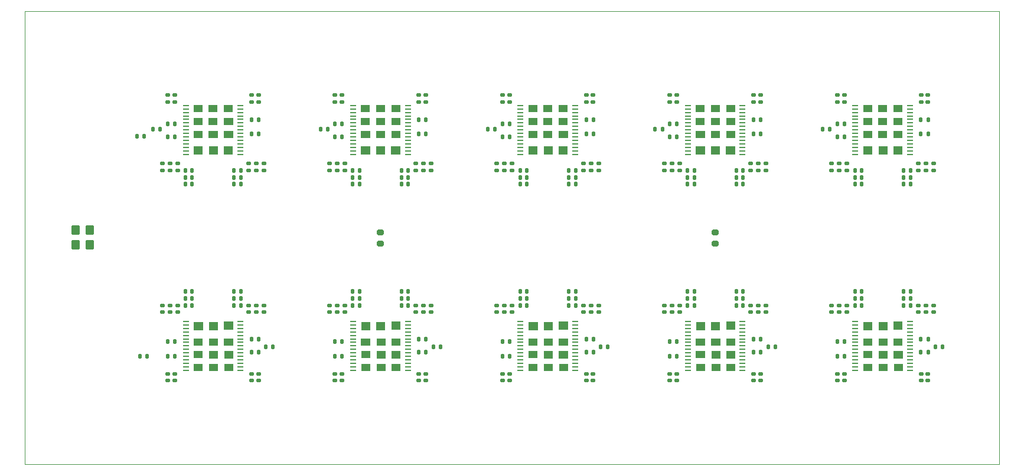
<source format=gbr>
%TF.GenerationSoftware,KiCad,Pcbnew,8.0.6*%
%TF.CreationDate,2024-12-06T19:08:14+01:00*%
%TF.ProjectId,AsicsBoard - 10xBM1370 - 01A,41736963-7342-46f6-9172-64202d203130,rev?*%
%TF.SameCoordinates,Original*%
%TF.FileFunction,Paste,Top*%
%TF.FilePolarity,Positive*%
%FSLAX46Y46*%
G04 Gerber Fmt 4.6, Leading zero omitted, Abs format (unit mm)*
G04 Created by KiCad (PCBNEW 8.0.6) date 2024-12-06 19:08:14*
%MOMM*%
%LPD*%
G01*
G04 APERTURE LIST*
G04 Aperture macros list*
%AMRoundRect*
0 Rectangle with rounded corners*
0 $1 Rounding radius*
0 $2 $3 $4 $5 $6 $7 $8 $9 X,Y pos of 4 corners*
0 Add a 4 corners polygon primitive as box body*
4,1,4,$2,$3,$4,$5,$6,$7,$8,$9,$2,$3,0*
0 Add four circle primitives for the rounded corners*
1,1,$1+$1,$2,$3*
1,1,$1+$1,$4,$5*
1,1,$1+$1,$6,$7*
1,1,$1+$1,$8,$9*
0 Add four rect primitives between the rounded corners*
20,1,$1+$1,$2,$3,$4,$5,0*
20,1,$1+$1,$4,$5,$6,$7,0*
20,1,$1+$1,$6,$7,$8,$9,0*
20,1,$1+$1,$8,$9,$2,$3,0*%
G04 Aperture macros list end*
%ADD10C,0.001000*%
%ADD11RoundRect,0.140000X-0.170000X0.140000X-0.170000X-0.140000X0.170000X-0.140000X0.170000X0.140000X0*%
%ADD12RoundRect,0.135000X-0.135000X-0.185000X0.135000X-0.185000X0.135000X0.185000X-0.135000X0.185000X0*%
%ADD13RoundRect,0.140000X0.140000X0.170000X-0.140000X0.170000X-0.140000X-0.170000X0.140000X-0.170000X0*%
%ADD14RoundRect,0.140000X0.170000X-0.140000X0.170000X0.140000X-0.170000X0.140000X-0.170000X-0.140000X0*%
%ADD15RoundRect,0.135000X0.135000X0.185000X-0.135000X0.185000X-0.135000X-0.185000X0.135000X-0.185000X0*%
%ADD16RoundRect,0.140000X-0.140000X-0.170000X0.140000X-0.170000X0.140000X0.170000X-0.140000X0.170000X0*%
%ADD17RoundRect,0.055250X0.340750X0.055250X-0.340750X0.055250X-0.340750X-0.055250X0.340750X-0.055250X0*%
%ADD18RoundRect,0.055250X-0.340750X-0.055250X0.340750X-0.055250X0.340750X0.055250X-0.340750X0.055250X0*%
%ADD19RoundRect,0.250000X0.350000X0.450000X-0.350000X0.450000X-0.350000X-0.450000X0.350000X-0.450000X0*%
%ADD20RoundRect,0.200000X0.275000X-0.200000X0.275000X0.200000X-0.275000X0.200000X-0.275000X-0.200000X0*%
%TA.AperFunction,Profile*%
%ADD21C,0.100000*%
%TD*%
G04 APERTURE END LIST*
%TO.C,U10*%
D10*
X185200000Y-68435000D02*
X186400000Y-68435000D01*
X186400000Y-69385000D01*
X185200000Y-69385000D01*
X185200000Y-68435000D01*
G36*
X185200000Y-68435000D02*
G01*
X186400000Y-68435000D01*
X186400000Y-69385000D01*
X185200000Y-69385000D01*
X185200000Y-68435000D01*
G37*
X185210000Y-70295000D02*
X186410000Y-70295000D01*
X186410000Y-71245000D01*
X185210000Y-71245000D01*
X185210000Y-70295000D01*
G36*
X185210000Y-70295000D02*
G01*
X186410000Y-70295000D01*
X186410000Y-71245000D01*
X185210000Y-71245000D01*
X185210000Y-70295000D01*
G37*
X185220000Y-72125000D02*
X186420000Y-72125000D01*
X186420000Y-73075000D01*
X185220000Y-73075000D01*
X185220000Y-72125000D01*
G36*
X185220000Y-72125000D02*
G01*
X186420000Y-72125000D01*
X186420000Y-73075000D01*
X185220000Y-73075000D01*
X185220000Y-72125000D01*
G37*
X185220000Y-74370000D02*
X186420000Y-74370000D01*
X186420000Y-75480000D01*
X185220000Y-75480000D01*
X185220000Y-74370000D01*
G36*
X185220000Y-74370000D02*
G01*
X186420000Y-74370000D01*
X186420000Y-75480000D01*
X185220000Y-75480000D01*
X185220000Y-74370000D01*
G37*
X187350000Y-68435000D02*
X188550000Y-68435000D01*
X188550000Y-69385000D01*
X187350000Y-69385000D01*
X187350000Y-68435000D01*
G36*
X187350000Y-68435000D02*
G01*
X188550000Y-68435000D01*
X188550000Y-69385000D01*
X187350000Y-69385000D01*
X187350000Y-68435000D01*
G37*
X187360000Y-70295000D02*
X188560000Y-70295000D01*
X188560000Y-71245000D01*
X187360000Y-71245000D01*
X187360000Y-70295000D01*
G36*
X187360000Y-70295000D02*
G01*
X188560000Y-70295000D01*
X188560000Y-71245000D01*
X187360000Y-71245000D01*
X187360000Y-70295000D01*
G37*
X187370000Y-72125000D02*
X188570000Y-72125000D01*
X188570000Y-73075000D01*
X187370000Y-73075000D01*
X187370000Y-72125000D01*
G36*
X187370000Y-72125000D02*
G01*
X188570000Y-72125000D01*
X188570000Y-73075000D01*
X187370000Y-73075000D01*
X187370000Y-72125000D01*
G37*
X187400000Y-74350000D02*
X188600000Y-74350000D01*
X188600000Y-75460000D01*
X187400000Y-75460000D01*
X187400000Y-74350000D01*
G36*
X187400000Y-74350000D02*
G01*
X188600000Y-74350000D01*
X188600000Y-75460000D01*
X187400000Y-75460000D01*
X187400000Y-74350000D01*
G37*
X189540000Y-74340000D02*
X190740000Y-74340000D01*
X190740000Y-75460000D01*
X189540000Y-75460000D01*
X189540000Y-74340000D01*
G36*
X189540000Y-74340000D02*
G01*
X190740000Y-74340000D01*
X190740000Y-75460000D01*
X189540000Y-75460000D01*
X189540000Y-74340000D01*
G37*
X189560000Y-68445000D02*
X190760000Y-68445000D01*
X190760000Y-69395000D01*
X189560000Y-69395000D01*
X189560000Y-68445000D01*
G36*
X189560000Y-68445000D02*
G01*
X190760000Y-68445000D01*
X190760000Y-69395000D01*
X189560000Y-69395000D01*
X189560000Y-68445000D01*
G37*
X189570000Y-70305000D02*
X190770000Y-70305000D01*
X190770000Y-71255000D01*
X189570000Y-71255000D01*
X189570000Y-70305000D01*
G36*
X189570000Y-70305000D02*
G01*
X190770000Y-70305000D01*
X190770000Y-71255000D01*
X189570000Y-71255000D01*
X189570000Y-70305000D01*
G37*
X189580000Y-72135000D02*
X190780000Y-72135000D01*
X190780000Y-73085000D01*
X189580000Y-73085000D01*
X189580000Y-72135000D01*
G36*
X189580000Y-72135000D02*
G01*
X190780000Y-72135000D01*
X190780000Y-73085000D01*
X189580000Y-73085000D01*
X189580000Y-72135000D01*
G37*
%TO.C,U12*%
X186420000Y-102865000D02*
X185220000Y-102865000D01*
X185220000Y-101915000D01*
X186420000Y-101915000D01*
X186420000Y-102865000D01*
G36*
X186420000Y-102865000D02*
G01*
X185220000Y-102865000D01*
X185220000Y-101915000D01*
X186420000Y-101915000D01*
X186420000Y-102865000D01*
G37*
X186430000Y-104695000D02*
X185230000Y-104695000D01*
X185230000Y-103745000D01*
X186430000Y-103745000D01*
X186430000Y-104695000D01*
G36*
X186430000Y-104695000D02*
G01*
X185230000Y-104695000D01*
X185230000Y-103745000D01*
X186430000Y-103745000D01*
X186430000Y-104695000D01*
G37*
X186440000Y-106555000D02*
X185240000Y-106555000D01*
X185240000Y-105605000D01*
X186440000Y-105605000D01*
X186440000Y-106555000D01*
G36*
X186440000Y-106555000D02*
G01*
X185240000Y-106555000D01*
X185240000Y-105605000D01*
X186440000Y-105605000D01*
X186440000Y-106555000D01*
G37*
X186460000Y-100660000D02*
X185260000Y-100660000D01*
X185260000Y-99540000D01*
X186460000Y-99540000D01*
X186460000Y-100660000D01*
G36*
X186460000Y-100660000D02*
G01*
X185260000Y-100660000D01*
X185260000Y-99540000D01*
X186460000Y-99540000D01*
X186460000Y-100660000D01*
G37*
X188600000Y-100650000D02*
X187400000Y-100650000D01*
X187400000Y-99540000D01*
X188600000Y-99540000D01*
X188600000Y-100650000D01*
G36*
X188600000Y-100650000D02*
G01*
X187400000Y-100650000D01*
X187400000Y-99540000D01*
X188600000Y-99540000D01*
X188600000Y-100650000D01*
G37*
X188630000Y-102875000D02*
X187430000Y-102875000D01*
X187430000Y-101925000D01*
X188630000Y-101925000D01*
X188630000Y-102875000D01*
G36*
X188630000Y-102875000D02*
G01*
X187430000Y-102875000D01*
X187430000Y-101925000D01*
X188630000Y-101925000D01*
X188630000Y-102875000D01*
G37*
X188640000Y-104705000D02*
X187440000Y-104705000D01*
X187440000Y-103755000D01*
X188640000Y-103755000D01*
X188640000Y-104705000D01*
G36*
X188640000Y-104705000D02*
G01*
X187440000Y-104705000D01*
X187440000Y-103755000D01*
X188640000Y-103755000D01*
X188640000Y-104705000D01*
G37*
X188650000Y-106565000D02*
X187450000Y-106565000D01*
X187450000Y-105615000D01*
X188650000Y-105615000D01*
X188650000Y-106565000D01*
G36*
X188650000Y-106565000D02*
G01*
X187450000Y-106565000D01*
X187450000Y-105615000D01*
X188650000Y-105615000D01*
X188650000Y-106565000D01*
G37*
X190780000Y-100630000D02*
X189580000Y-100630000D01*
X189580000Y-99520000D01*
X190780000Y-99520000D01*
X190780000Y-100630000D01*
G36*
X190780000Y-100630000D02*
G01*
X189580000Y-100630000D01*
X189580000Y-99520000D01*
X190780000Y-99520000D01*
X190780000Y-100630000D01*
G37*
X190780000Y-102875000D02*
X189580000Y-102875000D01*
X189580000Y-101925000D01*
X190780000Y-101925000D01*
X190780000Y-102875000D01*
G36*
X190780000Y-102875000D02*
G01*
X189580000Y-102875000D01*
X189580000Y-101925000D01*
X190780000Y-101925000D01*
X190780000Y-102875000D01*
G37*
X190790000Y-104705000D02*
X189590000Y-104705000D01*
X189590000Y-103755000D01*
X190790000Y-103755000D01*
X190790000Y-104705000D01*
G36*
X190790000Y-104705000D02*
G01*
X189590000Y-104705000D01*
X189590000Y-103755000D01*
X190790000Y-103755000D01*
X190790000Y-104705000D01*
G37*
X190800000Y-106565000D02*
X189600000Y-106565000D01*
X189600000Y-105615000D01*
X190800000Y-105615000D01*
X190800000Y-106565000D01*
G36*
X190800000Y-106565000D02*
G01*
X189600000Y-106565000D01*
X189600000Y-105615000D01*
X190800000Y-105615000D01*
X190800000Y-106565000D01*
G37*
%TO.C,U4*%
X114420000Y-102865000D02*
X113220000Y-102865000D01*
X113220000Y-101915000D01*
X114420000Y-101915000D01*
X114420000Y-102865000D01*
G36*
X114420000Y-102865000D02*
G01*
X113220000Y-102865000D01*
X113220000Y-101915000D01*
X114420000Y-101915000D01*
X114420000Y-102865000D01*
G37*
X114430000Y-104695000D02*
X113230000Y-104695000D01*
X113230000Y-103745000D01*
X114430000Y-103745000D01*
X114430000Y-104695000D01*
G36*
X114430000Y-104695000D02*
G01*
X113230000Y-104695000D01*
X113230000Y-103745000D01*
X114430000Y-103745000D01*
X114430000Y-104695000D01*
G37*
X114440000Y-106555000D02*
X113240000Y-106555000D01*
X113240000Y-105605000D01*
X114440000Y-105605000D01*
X114440000Y-106555000D01*
G36*
X114440000Y-106555000D02*
G01*
X113240000Y-106555000D01*
X113240000Y-105605000D01*
X114440000Y-105605000D01*
X114440000Y-106555000D01*
G37*
X114460000Y-100660000D02*
X113260000Y-100660000D01*
X113260000Y-99540000D01*
X114460000Y-99540000D01*
X114460000Y-100660000D01*
G36*
X114460000Y-100660000D02*
G01*
X113260000Y-100660000D01*
X113260000Y-99540000D01*
X114460000Y-99540000D01*
X114460000Y-100660000D01*
G37*
X116600000Y-100650000D02*
X115400000Y-100650000D01*
X115400000Y-99540000D01*
X116600000Y-99540000D01*
X116600000Y-100650000D01*
G36*
X116600000Y-100650000D02*
G01*
X115400000Y-100650000D01*
X115400000Y-99540000D01*
X116600000Y-99540000D01*
X116600000Y-100650000D01*
G37*
X116630000Y-102875000D02*
X115430000Y-102875000D01*
X115430000Y-101925000D01*
X116630000Y-101925000D01*
X116630000Y-102875000D01*
G36*
X116630000Y-102875000D02*
G01*
X115430000Y-102875000D01*
X115430000Y-101925000D01*
X116630000Y-101925000D01*
X116630000Y-102875000D01*
G37*
X116640000Y-104705000D02*
X115440000Y-104705000D01*
X115440000Y-103755000D01*
X116640000Y-103755000D01*
X116640000Y-104705000D01*
G36*
X116640000Y-104705000D02*
G01*
X115440000Y-104705000D01*
X115440000Y-103755000D01*
X116640000Y-103755000D01*
X116640000Y-104705000D01*
G37*
X116650000Y-106565000D02*
X115450000Y-106565000D01*
X115450000Y-105615000D01*
X116650000Y-105615000D01*
X116650000Y-106565000D01*
G36*
X116650000Y-106565000D02*
G01*
X115450000Y-106565000D01*
X115450000Y-105615000D01*
X116650000Y-105615000D01*
X116650000Y-106565000D01*
G37*
X118780000Y-100630000D02*
X117580000Y-100630000D01*
X117580000Y-99520000D01*
X118780000Y-99520000D01*
X118780000Y-100630000D01*
G36*
X118780000Y-100630000D02*
G01*
X117580000Y-100630000D01*
X117580000Y-99520000D01*
X118780000Y-99520000D01*
X118780000Y-100630000D01*
G37*
X118780000Y-102875000D02*
X117580000Y-102875000D01*
X117580000Y-101925000D01*
X118780000Y-101925000D01*
X118780000Y-102875000D01*
G36*
X118780000Y-102875000D02*
G01*
X117580000Y-102875000D01*
X117580000Y-101925000D01*
X118780000Y-101925000D01*
X118780000Y-102875000D01*
G37*
X118790000Y-104705000D02*
X117590000Y-104705000D01*
X117590000Y-103755000D01*
X118790000Y-103755000D01*
X118790000Y-104705000D01*
G36*
X118790000Y-104705000D02*
G01*
X117590000Y-104705000D01*
X117590000Y-103755000D01*
X118790000Y-103755000D01*
X118790000Y-104705000D01*
G37*
X118800000Y-106565000D02*
X117600000Y-106565000D01*
X117600000Y-105615000D01*
X118800000Y-105615000D01*
X118800000Y-106565000D01*
G36*
X118800000Y-106565000D02*
G01*
X117600000Y-106565000D01*
X117600000Y-105615000D01*
X118800000Y-105615000D01*
X118800000Y-106565000D01*
G37*
%TO.C,U8*%
X137200000Y-68435000D02*
X138400000Y-68435000D01*
X138400000Y-69385000D01*
X137200000Y-69385000D01*
X137200000Y-68435000D01*
G36*
X137200000Y-68435000D02*
G01*
X138400000Y-68435000D01*
X138400000Y-69385000D01*
X137200000Y-69385000D01*
X137200000Y-68435000D01*
G37*
X137210000Y-70295000D02*
X138410000Y-70295000D01*
X138410000Y-71245000D01*
X137210000Y-71245000D01*
X137210000Y-70295000D01*
G36*
X137210000Y-70295000D02*
G01*
X138410000Y-70295000D01*
X138410000Y-71245000D01*
X137210000Y-71245000D01*
X137210000Y-70295000D01*
G37*
X137220000Y-72125000D02*
X138420000Y-72125000D01*
X138420000Y-73075000D01*
X137220000Y-73075000D01*
X137220000Y-72125000D01*
G36*
X137220000Y-72125000D02*
G01*
X138420000Y-72125000D01*
X138420000Y-73075000D01*
X137220000Y-73075000D01*
X137220000Y-72125000D01*
G37*
X137220000Y-74370000D02*
X138420000Y-74370000D01*
X138420000Y-75480000D01*
X137220000Y-75480000D01*
X137220000Y-74370000D01*
G36*
X137220000Y-74370000D02*
G01*
X138420000Y-74370000D01*
X138420000Y-75480000D01*
X137220000Y-75480000D01*
X137220000Y-74370000D01*
G37*
X139350000Y-68435000D02*
X140550000Y-68435000D01*
X140550000Y-69385000D01*
X139350000Y-69385000D01*
X139350000Y-68435000D01*
G36*
X139350000Y-68435000D02*
G01*
X140550000Y-68435000D01*
X140550000Y-69385000D01*
X139350000Y-69385000D01*
X139350000Y-68435000D01*
G37*
X139360000Y-70295000D02*
X140560000Y-70295000D01*
X140560000Y-71245000D01*
X139360000Y-71245000D01*
X139360000Y-70295000D01*
G36*
X139360000Y-70295000D02*
G01*
X140560000Y-70295000D01*
X140560000Y-71245000D01*
X139360000Y-71245000D01*
X139360000Y-70295000D01*
G37*
X139370000Y-72125000D02*
X140570000Y-72125000D01*
X140570000Y-73075000D01*
X139370000Y-73075000D01*
X139370000Y-72125000D01*
G36*
X139370000Y-72125000D02*
G01*
X140570000Y-72125000D01*
X140570000Y-73075000D01*
X139370000Y-73075000D01*
X139370000Y-72125000D01*
G37*
X139400000Y-74350000D02*
X140600000Y-74350000D01*
X140600000Y-75460000D01*
X139400000Y-75460000D01*
X139400000Y-74350000D01*
G36*
X139400000Y-74350000D02*
G01*
X140600000Y-74350000D01*
X140600000Y-75460000D01*
X139400000Y-75460000D01*
X139400000Y-74350000D01*
G37*
X141540000Y-74340000D02*
X142740000Y-74340000D01*
X142740000Y-75460000D01*
X141540000Y-75460000D01*
X141540000Y-74340000D01*
G36*
X141540000Y-74340000D02*
G01*
X142740000Y-74340000D01*
X142740000Y-75460000D01*
X141540000Y-75460000D01*
X141540000Y-74340000D01*
G37*
X141560000Y-68445000D02*
X142760000Y-68445000D01*
X142760000Y-69395000D01*
X141560000Y-69395000D01*
X141560000Y-68445000D01*
G36*
X141560000Y-68445000D02*
G01*
X142760000Y-68445000D01*
X142760000Y-69395000D01*
X141560000Y-69395000D01*
X141560000Y-68445000D01*
G37*
X141570000Y-70305000D02*
X142770000Y-70305000D01*
X142770000Y-71255000D01*
X141570000Y-71255000D01*
X141570000Y-70305000D01*
G36*
X141570000Y-70305000D02*
G01*
X142770000Y-70305000D01*
X142770000Y-71255000D01*
X141570000Y-71255000D01*
X141570000Y-70305000D01*
G37*
X141580000Y-72135000D02*
X142780000Y-72135000D01*
X142780000Y-73085000D01*
X141580000Y-73085000D01*
X141580000Y-72135000D01*
G36*
X141580000Y-72135000D02*
G01*
X142780000Y-72135000D01*
X142780000Y-73085000D01*
X141580000Y-73085000D01*
X141580000Y-72135000D01*
G37*
%TO.C,U13*%
X89200000Y-68435000D02*
X90400000Y-68435000D01*
X90400000Y-69385000D01*
X89200000Y-69385000D01*
X89200000Y-68435000D01*
G36*
X89200000Y-68435000D02*
G01*
X90400000Y-68435000D01*
X90400000Y-69385000D01*
X89200000Y-69385000D01*
X89200000Y-68435000D01*
G37*
X89210000Y-70295000D02*
X90410000Y-70295000D01*
X90410000Y-71245000D01*
X89210000Y-71245000D01*
X89210000Y-70295000D01*
G36*
X89210000Y-70295000D02*
G01*
X90410000Y-70295000D01*
X90410000Y-71245000D01*
X89210000Y-71245000D01*
X89210000Y-70295000D01*
G37*
X89220000Y-72125000D02*
X90420000Y-72125000D01*
X90420000Y-73075000D01*
X89220000Y-73075000D01*
X89220000Y-72125000D01*
G36*
X89220000Y-72125000D02*
G01*
X90420000Y-72125000D01*
X90420000Y-73075000D01*
X89220000Y-73075000D01*
X89220000Y-72125000D01*
G37*
X89220000Y-74370000D02*
X90420000Y-74370000D01*
X90420000Y-75480000D01*
X89220000Y-75480000D01*
X89220000Y-74370000D01*
G36*
X89220000Y-74370000D02*
G01*
X90420000Y-74370000D01*
X90420000Y-75480000D01*
X89220000Y-75480000D01*
X89220000Y-74370000D01*
G37*
X91350000Y-68435000D02*
X92550000Y-68435000D01*
X92550000Y-69385000D01*
X91350000Y-69385000D01*
X91350000Y-68435000D01*
G36*
X91350000Y-68435000D02*
G01*
X92550000Y-68435000D01*
X92550000Y-69385000D01*
X91350000Y-69385000D01*
X91350000Y-68435000D01*
G37*
X91360000Y-70295000D02*
X92560000Y-70295000D01*
X92560000Y-71245000D01*
X91360000Y-71245000D01*
X91360000Y-70295000D01*
G36*
X91360000Y-70295000D02*
G01*
X92560000Y-70295000D01*
X92560000Y-71245000D01*
X91360000Y-71245000D01*
X91360000Y-70295000D01*
G37*
X91370000Y-72125000D02*
X92570000Y-72125000D01*
X92570000Y-73075000D01*
X91370000Y-73075000D01*
X91370000Y-72125000D01*
G36*
X91370000Y-72125000D02*
G01*
X92570000Y-72125000D01*
X92570000Y-73075000D01*
X91370000Y-73075000D01*
X91370000Y-72125000D01*
G37*
X91400000Y-74350000D02*
X92600000Y-74350000D01*
X92600000Y-75460000D01*
X91400000Y-75460000D01*
X91400000Y-74350000D01*
G36*
X91400000Y-74350000D02*
G01*
X92600000Y-74350000D01*
X92600000Y-75460000D01*
X91400000Y-75460000D01*
X91400000Y-74350000D01*
G37*
X93540000Y-74340000D02*
X94740000Y-74340000D01*
X94740000Y-75460000D01*
X93540000Y-75460000D01*
X93540000Y-74340000D01*
G36*
X93540000Y-74340000D02*
G01*
X94740000Y-74340000D01*
X94740000Y-75460000D01*
X93540000Y-75460000D01*
X93540000Y-74340000D01*
G37*
X93560000Y-68445000D02*
X94760000Y-68445000D01*
X94760000Y-69395000D01*
X93560000Y-69395000D01*
X93560000Y-68445000D01*
G36*
X93560000Y-68445000D02*
G01*
X94760000Y-68445000D01*
X94760000Y-69395000D01*
X93560000Y-69395000D01*
X93560000Y-68445000D01*
G37*
X93570000Y-70305000D02*
X94770000Y-70305000D01*
X94770000Y-71255000D01*
X93570000Y-71255000D01*
X93570000Y-70305000D01*
G36*
X93570000Y-70305000D02*
G01*
X94770000Y-70305000D01*
X94770000Y-71255000D01*
X93570000Y-71255000D01*
X93570000Y-70305000D01*
G37*
X93580000Y-72135000D02*
X94780000Y-72135000D01*
X94780000Y-73085000D01*
X93580000Y-73085000D01*
X93580000Y-72135000D01*
G36*
X93580000Y-72135000D02*
G01*
X94780000Y-72135000D01*
X94780000Y-73085000D01*
X93580000Y-73085000D01*
X93580000Y-72135000D01*
G37*
%TO.C,U9*%
X162420000Y-102865000D02*
X161220000Y-102865000D01*
X161220000Y-101915000D01*
X162420000Y-101915000D01*
X162420000Y-102865000D01*
G36*
X162420000Y-102865000D02*
G01*
X161220000Y-102865000D01*
X161220000Y-101915000D01*
X162420000Y-101915000D01*
X162420000Y-102865000D01*
G37*
X162430000Y-104695000D02*
X161230000Y-104695000D01*
X161230000Y-103745000D01*
X162430000Y-103745000D01*
X162430000Y-104695000D01*
G36*
X162430000Y-104695000D02*
G01*
X161230000Y-104695000D01*
X161230000Y-103745000D01*
X162430000Y-103745000D01*
X162430000Y-104695000D01*
G37*
X162440000Y-106555000D02*
X161240000Y-106555000D01*
X161240000Y-105605000D01*
X162440000Y-105605000D01*
X162440000Y-106555000D01*
G36*
X162440000Y-106555000D02*
G01*
X161240000Y-106555000D01*
X161240000Y-105605000D01*
X162440000Y-105605000D01*
X162440000Y-106555000D01*
G37*
X162460000Y-100660000D02*
X161260000Y-100660000D01*
X161260000Y-99540000D01*
X162460000Y-99540000D01*
X162460000Y-100660000D01*
G36*
X162460000Y-100660000D02*
G01*
X161260000Y-100660000D01*
X161260000Y-99540000D01*
X162460000Y-99540000D01*
X162460000Y-100660000D01*
G37*
X164600000Y-100650000D02*
X163400000Y-100650000D01*
X163400000Y-99540000D01*
X164600000Y-99540000D01*
X164600000Y-100650000D01*
G36*
X164600000Y-100650000D02*
G01*
X163400000Y-100650000D01*
X163400000Y-99540000D01*
X164600000Y-99540000D01*
X164600000Y-100650000D01*
G37*
X164630000Y-102875000D02*
X163430000Y-102875000D01*
X163430000Y-101925000D01*
X164630000Y-101925000D01*
X164630000Y-102875000D01*
G36*
X164630000Y-102875000D02*
G01*
X163430000Y-102875000D01*
X163430000Y-101925000D01*
X164630000Y-101925000D01*
X164630000Y-102875000D01*
G37*
X164640000Y-104705000D02*
X163440000Y-104705000D01*
X163440000Y-103755000D01*
X164640000Y-103755000D01*
X164640000Y-104705000D01*
G36*
X164640000Y-104705000D02*
G01*
X163440000Y-104705000D01*
X163440000Y-103755000D01*
X164640000Y-103755000D01*
X164640000Y-104705000D01*
G37*
X164650000Y-106565000D02*
X163450000Y-106565000D01*
X163450000Y-105615000D01*
X164650000Y-105615000D01*
X164650000Y-106565000D01*
G36*
X164650000Y-106565000D02*
G01*
X163450000Y-106565000D01*
X163450000Y-105615000D01*
X164650000Y-105615000D01*
X164650000Y-106565000D01*
G37*
X166780000Y-100630000D02*
X165580000Y-100630000D01*
X165580000Y-99520000D01*
X166780000Y-99520000D01*
X166780000Y-100630000D01*
G36*
X166780000Y-100630000D02*
G01*
X165580000Y-100630000D01*
X165580000Y-99520000D01*
X166780000Y-99520000D01*
X166780000Y-100630000D01*
G37*
X166780000Y-102875000D02*
X165580000Y-102875000D01*
X165580000Y-101925000D01*
X166780000Y-101925000D01*
X166780000Y-102875000D01*
G36*
X166780000Y-102875000D02*
G01*
X165580000Y-102875000D01*
X165580000Y-101925000D01*
X166780000Y-101925000D01*
X166780000Y-102875000D01*
G37*
X166790000Y-104705000D02*
X165590000Y-104705000D01*
X165590000Y-103755000D01*
X166790000Y-103755000D01*
X166790000Y-104705000D01*
G36*
X166790000Y-104705000D02*
G01*
X165590000Y-104705000D01*
X165590000Y-103755000D01*
X166790000Y-103755000D01*
X166790000Y-104705000D01*
G37*
X166800000Y-106565000D02*
X165600000Y-106565000D01*
X165600000Y-105615000D01*
X166800000Y-105615000D01*
X166800000Y-106565000D01*
G36*
X166800000Y-106565000D02*
G01*
X165600000Y-106565000D01*
X165600000Y-105615000D01*
X166800000Y-105615000D01*
X166800000Y-106565000D01*
G37*
%TO.C,U5*%
X90420000Y-102865000D02*
X89220000Y-102865000D01*
X89220000Y-101915000D01*
X90420000Y-101915000D01*
X90420000Y-102865000D01*
G36*
X90420000Y-102865000D02*
G01*
X89220000Y-102865000D01*
X89220000Y-101915000D01*
X90420000Y-101915000D01*
X90420000Y-102865000D01*
G37*
X90430000Y-104695000D02*
X89230000Y-104695000D01*
X89230000Y-103745000D01*
X90430000Y-103745000D01*
X90430000Y-104695000D01*
G36*
X90430000Y-104695000D02*
G01*
X89230000Y-104695000D01*
X89230000Y-103745000D01*
X90430000Y-103745000D01*
X90430000Y-104695000D01*
G37*
X90440000Y-106555000D02*
X89240000Y-106555000D01*
X89240000Y-105605000D01*
X90440000Y-105605000D01*
X90440000Y-106555000D01*
G36*
X90440000Y-106555000D02*
G01*
X89240000Y-106555000D01*
X89240000Y-105605000D01*
X90440000Y-105605000D01*
X90440000Y-106555000D01*
G37*
X90460000Y-100660000D02*
X89260000Y-100660000D01*
X89260000Y-99540000D01*
X90460000Y-99540000D01*
X90460000Y-100660000D01*
G36*
X90460000Y-100660000D02*
G01*
X89260000Y-100660000D01*
X89260000Y-99540000D01*
X90460000Y-99540000D01*
X90460000Y-100660000D01*
G37*
X92600000Y-100650000D02*
X91400000Y-100650000D01*
X91400000Y-99540000D01*
X92600000Y-99540000D01*
X92600000Y-100650000D01*
G36*
X92600000Y-100650000D02*
G01*
X91400000Y-100650000D01*
X91400000Y-99540000D01*
X92600000Y-99540000D01*
X92600000Y-100650000D01*
G37*
X92630000Y-102875000D02*
X91430000Y-102875000D01*
X91430000Y-101925000D01*
X92630000Y-101925000D01*
X92630000Y-102875000D01*
G36*
X92630000Y-102875000D02*
G01*
X91430000Y-102875000D01*
X91430000Y-101925000D01*
X92630000Y-101925000D01*
X92630000Y-102875000D01*
G37*
X92640000Y-104705000D02*
X91440000Y-104705000D01*
X91440000Y-103755000D01*
X92640000Y-103755000D01*
X92640000Y-104705000D01*
G36*
X92640000Y-104705000D02*
G01*
X91440000Y-104705000D01*
X91440000Y-103755000D01*
X92640000Y-103755000D01*
X92640000Y-104705000D01*
G37*
X92650000Y-106565000D02*
X91450000Y-106565000D01*
X91450000Y-105615000D01*
X92650000Y-105615000D01*
X92650000Y-106565000D01*
G36*
X92650000Y-106565000D02*
G01*
X91450000Y-106565000D01*
X91450000Y-105615000D01*
X92650000Y-105615000D01*
X92650000Y-106565000D01*
G37*
X94780000Y-100630000D02*
X93580000Y-100630000D01*
X93580000Y-99520000D01*
X94780000Y-99520000D01*
X94780000Y-100630000D01*
G36*
X94780000Y-100630000D02*
G01*
X93580000Y-100630000D01*
X93580000Y-99520000D01*
X94780000Y-99520000D01*
X94780000Y-100630000D01*
G37*
X94780000Y-102875000D02*
X93580000Y-102875000D01*
X93580000Y-101925000D01*
X94780000Y-101925000D01*
X94780000Y-102875000D01*
G36*
X94780000Y-102875000D02*
G01*
X93580000Y-102875000D01*
X93580000Y-101925000D01*
X94780000Y-101925000D01*
X94780000Y-102875000D01*
G37*
X94790000Y-104705000D02*
X93590000Y-104705000D01*
X93590000Y-103755000D01*
X94790000Y-103755000D01*
X94790000Y-104705000D01*
G36*
X94790000Y-104705000D02*
G01*
X93590000Y-104705000D01*
X93590000Y-103755000D01*
X94790000Y-103755000D01*
X94790000Y-104705000D01*
G37*
X94800000Y-106565000D02*
X93600000Y-106565000D01*
X93600000Y-105615000D01*
X94800000Y-105615000D01*
X94800000Y-106565000D01*
G36*
X94800000Y-106565000D02*
G01*
X93600000Y-106565000D01*
X93600000Y-105615000D01*
X94800000Y-105615000D01*
X94800000Y-106565000D01*
G37*
%TO.C,U11*%
X113200000Y-68435000D02*
X114400000Y-68435000D01*
X114400000Y-69385000D01*
X113200000Y-69385000D01*
X113200000Y-68435000D01*
G36*
X113200000Y-68435000D02*
G01*
X114400000Y-68435000D01*
X114400000Y-69385000D01*
X113200000Y-69385000D01*
X113200000Y-68435000D01*
G37*
X113210000Y-70295000D02*
X114410000Y-70295000D01*
X114410000Y-71245000D01*
X113210000Y-71245000D01*
X113210000Y-70295000D01*
G36*
X113210000Y-70295000D02*
G01*
X114410000Y-70295000D01*
X114410000Y-71245000D01*
X113210000Y-71245000D01*
X113210000Y-70295000D01*
G37*
X113220000Y-72125000D02*
X114420000Y-72125000D01*
X114420000Y-73075000D01*
X113220000Y-73075000D01*
X113220000Y-72125000D01*
G36*
X113220000Y-72125000D02*
G01*
X114420000Y-72125000D01*
X114420000Y-73075000D01*
X113220000Y-73075000D01*
X113220000Y-72125000D01*
G37*
X113220000Y-74370000D02*
X114420000Y-74370000D01*
X114420000Y-75480000D01*
X113220000Y-75480000D01*
X113220000Y-74370000D01*
G36*
X113220000Y-74370000D02*
G01*
X114420000Y-74370000D01*
X114420000Y-75480000D01*
X113220000Y-75480000D01*
X113220000Y-74370000D01*
G37*
X115350000Y-68435000D02*
X116550000Y-68435000D01*
X116550000Y-69385000D01*
X115350000Y-69385000D01*
X115350000Y-68435000D01*
G36*
X115350000Y-68435000D02*
G01*
X116550000Y-68435000D01*
X116550000Y-69385000D01*
X115350000Y-69385000D01*
X115350000Y-68435000D01*
G37*
X115360000Y-70295000D02*
X116560000Y-70295000D01*
X116560000Y-71245000D01*
X115360000Y-71245000D01*
X115360000Y-70295000D01*
G36*
X115360000Y-70295000D02*
G01*
X116560000Y-70295000D01*
X116560000Y-71245000D01*
X115360000Y-71245000D01*
X115360000Y-70295000D01*
G37*
X115370000Y-72125000D02*
X116570000Y-72125000D01*
X116570000Y-73075000D01*
X115370000Y-73075000D01*
X115370000Y-72125000D01*
G36*
X115370000Y-72125000D02*
G01*
X116570000Y-72125000D01*
X116570000Y-73075000D01*
X115370000Y-73075000D01*
X115370000Y-72125000D01*
G37*
X115400000Y-74350000D02*
X116600000Y-74350000D01*
X116600000Y-75460000D01*
X115400000Y-75460000D01*
X115400000Y-74350000D01*
G36*
X115400000Y-74350000D02*
G01*
X116600000Y-74350000D01*
X116600000Y-75460000D01*
X115400000Y-75460000D01*
X115400000Y-74350000D01*
G37*
X117540000Y-74340000D02*
X118740000Y-74340000D01*
X118740000Y-75460000D01*
X117540000Y-75460000D01*
X117540000Y-74340000D01*
G36*
X117540000Y-74340000D02*
G01*
X118740000Y-74340000D01*
X118740000Y-75460000D01*
X117540000Y-75460000D01*
X117540000Y-74340000D01*
G37*
X117560000Y-68445000D02*
X118760000Y-68445000D01*
X118760000Y-69395000D01*
X117560000Y-69395000D01*
X117560000Y-68445000D01*
G36*
X117560000Y-68445000D02*
G01*
X118760000Y-68445000D01*
X118760000Y-69395000D01*
X117560000Y-69395000D01*
X117560000Y-68445000D01*
G37*
X117570000Y-70305000D02*
X118770000Y-70305000D01*
X118770000Y-71255000D01*
X117570000Y-71255000D01*
X117570000Y-70305000D01*
G36*
X117570000Y-70305000D02*
G01*
X118770000Y-70305000D01*
X118770000Y-71255000D01*
X117570000Y-71255000D01*
X117570000Y-70305000D01*
G37*
X117580000Y-72135000D02*
X118780000Y-72135000D01*
X118780000Y-73085000D01*
X117580000Y-73085000D01*
X117580000Y-72135000D01*
G36*
X117580000Y-72135000D02*
G01*
X118780000Y-72135000D01*
X118780000Y-73085000D01*
X117580000Y-73085000D01*
X117580000Y-72135000D01*
G37*
%TO.C,U6*%
X161200000Y-68435000D02*
X162400000Y-68435000D01*
X162400000Y-69385000D01*
X161200000Y-69385000D01*
X161200000Y-68435000D01*
G36*
X161200000Y-68435000D02*
G01*
X162400000Y-68435000D01*
X162400000Y-69385000D01*
X161200000Y-69385000D01*
X161200000Y-68435000D01*
G37*
X161210000Y-70295000D02*
X162410000Y-70295000D01*
X162410000Y-71245000D01*
X161210000Y-71245000D01*
X161210000Y-70295000D01*
G36*
X161210000Y-70295000D02*
G01*
X162410000Y-70295000D01*
X162410000Y-71245000D01*
X161210000Y-71245000D01*
X161210000Y-70295000D01*
G37*
X161220000Y-72125000D02*
X162420000Y-72125000D01*
X162420000Y-73075000D01*
X161220000Y-73075000D01*
X161220000Y-72125000D01*
G36*
X161220000Y-72125000D02*
G01*
X162420000Y-72125000D01*
X162420000Y-73075000D01*
X161220000Y-73075000D01*
X161220000Y-72125000D01*
G37*
X161220000Y-74370000D02*
X162420000Y-74370000D01*
X162420000Y-75480000D01*
X161220000Y-75480000D01*
X161220000Y-74370000D01*
G36*
X161220000Y-74370000D02*
G01*
X162420000Y-74370000D01*
X162420000Y-75480000D01*
X161220000Y-75480000D01*
X161220000Y-74370000D01*
G37*
X163350000Y-68435000D02*
X164550000Y-68435000D01*
X164550000Y-69385000D01*
X163350000Y-69385000D01*
X163350000Y-68435000D01*
G36*
X163350000Y-68435000D02*
G01*
X164550000Y-68435000D01*
X164550000Y-69385000D01*
X163350000Y-69385000D01*
X163350000Y-68435000D01*
G37*
X163360000Y-70295000D02*
X164560000Y-70295000D01*
X164560000Y-71245000D01*
X163360000Y-71245000D01*
X163360000Y-70295000D01*
G36*
X163360000Y-70295000D02*
G01*
X164560000Y-70295000D01*
X164560000Y-71245000D01*
X163360000Y-71245000D01*
X163360000Y-70295000D01*
G37*
X163370000Y-72125000D02*
X164570000Y-72125000D01*
X164570000Y-73075000D01*
X163370000Y-73075000D01*
X163370000Y-72125000D01*
G36*
X163370000Y-72125000D02*
G01*
X164570000Y-72125000D01*
X164570000Y-73075000D01*
X163370000Y-73075000D01*
X163370000Y-72125000D01*
G37*
X163400000Y-74350000D02*
X164600000Y-74350000D01*
X164600000Y-75460000D01*
X163400000Y-75460000D01*
X163400000Y-74350000D01*
G36*
X163400000Y-74350000D02*
G01*
X164600000Y-74350000D01*
X164600000Y-75460000D01*
X163400000Y-75460000D01*
X163400000Y-74350000D01*
G37*
X165540000Y-74340000D02*
X166740000Y-74340000D01*
X166740000Y-75460000D01*
X165540000Y-75460000D01*
X165540000Y-74340000D01*
G36*
X165540000Y-74340000D02*
G01*
X166740000Y-74340000D01*
X166740000Y-75460000D01*
X165540000Y-75460000D01*
X165540000Y-74340000D01*
G37*
X165560000Y-68445000D02*
X166760000Y-68445000D01*
X166760000Y-69395000D01*
X165560000Y-69395000D01*
X165560000Y-68445000D01*
G36*
X165560000Y-68445000D02*
G01*
X166760000Y-68445000D01*
X166760000Y-69395000D01*
X165560000Y-69395000D01*
X165560000Y-68445000D01*
G37*
X165570000Y-70305000D02*
X166770000Y-70305000D01*
X166770000Y-71255000D01*
X165570000Y-71255000D01*
X165570000Y-70305000D01*
G36*
X165570000Y-70305000D02*
G01*
X166770000Y-70305000D01*
X166770000Y-71255000D01*
X165570000Y-71255000D01*
X165570000Y-70305000D01*
G37*
X165580000Y-72135000D02*
X166780000Y-72135000D01*
X166780000Y-73085000D01*
X165580000Y-73085000D01*
X165580000Y-72135000D01*
G36*
X165580000Y-72135000D02*
G01*
X166780000Y-72135000D01*
X166780000Y-73085000D01*
X165580000Y-73085000D01*
X165580000Y-72135000D01*
G37*
%TO.C,U7*%
X138420000Y-102865000D02*
X137220000Y-102865000D01*
X137220000Y-101915000D01*
X138420000Y-101915000D01*
X138420000Y-102865000D01*
G36*
X138420000Y-102865000D02*
G01*
X137220000Y-102865000D01*
X137220000Y-101915000D01*
X138420000Y-101915000D01*
X138420000Y-102865000D01*
G37*
X138430000Y-104695000D02*
X137230000Y-104695000D01*
X137230000Y-103745000D01*
X138430000Y-103745000D01*
X138430000Y-104695000D01*
G36*
X138430000Y-104695000D02*
G01*
X137230000Y-104695000D01*
X137230000Y-103745000D01*
X138430000Y-103745000D01*
X138430000Y-104695000D01*
G37*
X138440000Y-106555000D02*
X137240000Y-106555000D01*
X137240000Y-105605000D01*
X138440000Y-105605000D01*
X138440000Y-106555000D01*
G36*
X138440000Y-106555000D02*
G01*
X137240000Y-106555000D01*
X137240000Y-105605000D01*
X138440000Y-105605000D01*
X138440000Y-106555000D01*
G37*
X138460000Y-100660000D02*
X137260000Y-100660000D01*
X137260000Y-99540000D01*
X138460000Y-99540000D01*
X138460000Y-100660000D01*
G36*
X138460000Y-100660000D02*
G01*
X137260000Y-100660000D01*
X137260000Y-99540000D01*
X138460000Y-99540000D01*
X138460000Y-100660000D01*
G37*
X140600000Y-100650000D02*
X139400000Y-100650000D01*
X139400000Y-99540000D01*
X140600000Y-99540000D01*
X140600000Y-100650000D01*
G36*
X140600000Y-100650000D02*
G01*
X139400000Y-100650000D01*
X139400000Y-99540000D01*
X140600000Y-99540000D01*
X140600000Y-100650000D01*
G37*
X140630000Y-102875000D02*
X139430000Y-102875000D01*
X139430000Y-101925000D01*
X140630000Y-101925000D01*
X140630000Y-102875000D01*
G36*
X140630000Y-102875000D02*
G01*
X139430000Y-102875000D01*
X139430000Y-101925000D01*
X140630000Y-101925000D01*
X140630000Y-102875000D01*
G37*
X140640000Y-104705000D02*
X139440000Y-104705000D01*
X139440000Y-103755000D01*
X140640000Y-103755000D01*
X140640000Y-104705000D01*
G36*
X140640000Y-104705000D02*
G01*
X139440000Y-104705000D01*
X139440000Y-103755000D01*
X140640000Y-103755000D01*
X140640000Y-104705000D01*
G37*
X140650000Y-106565000D02*
X139450000Y-106565000D01*
X139450000Y-105615000D01*
X140650000Y-105615000D01*
X140650000Y-106565000D01*
G36*
X140650000Y-106565000D02*
G01*
X139450000Y-106565000D01*
X139450000Y-105615000D01*
X140650000Y-105615000D01*
X140650000Y-106565000D01*
G37*
X142780000Y-100630000D02*
X141580000Y-100630000D01*
X141580000Y-99520000D01*
X142780000Y-99520000D01*
X142780000Y-100630000D01*
G36*
X142780000Y-100630000D02*
G01*
X141580000Y-100630000D01*
X141580000Y-99520000D01*
X142780000Y-99520000D01*
X142780000Y-100630000D01*
G37*
X142780000Y-102875000D02*
X141580000Y-102875000D01*
X141580000Y-101925000D01*
X142780000Y-101925000D01*
X142780000Y-102875000D01*
G36*
X142780000Y-102875000D02*
G01*
X141580000Y-102875000D01*
X141580000Y-101925000D01*
X142780000Y-101925000D01*
X142780000Y-102875000D01*
G37*
X142790000Y-104705000D02*
X141590000Y-104705000D01*
X141590000Y-103755000D01*
X142790000Y-103755000D01*
X142790000Y-104705000D01*
G36*
X142790000Y-104705000D02*
G01*
X141590000Y-104705000D01*
X141590000Y-103755000D01*
X142790000Y-103755000D01*
X142790000Y-104705000D01*
G37*
X142800000Y-106565000D02*
X141600000Y-106565000D01*
X141600000Y-105615000D01*
X142800000Y-105615000D01*
X142800000Y-106565000D01*
G36*
X142800000Y-106565000D02*
G01*
X141600000Y-106565000D01*
X141600000Y-105615000D01*
X142800000Y-105615000D01*
X142800000Y-106565000D01*
G37*
%TD*%
D11*
%TO.C,C158*%
X194500000Y-107020000D03*
X194500000Y-107980000D03*
%TD*%
%TO.C,C98*%
X158900000Y-97220000D03*
X158900000Y-98180000D03*
%TD*%
D12*
%TO.C,R29*%
X81508000Y-104506000D03*
X82528000Y-104506000D03*
%TD*%
D13*
%TO.C,C142*%
X184980000Y-96200000D03*
X184020000Y-96200000D03*
%TD*%
D12*
%TO.C,R45*%
X193490000Y-102000000D03*
X194510000Y-102000000D03*
%TD*%
D14*
%TO.C,C56*%
X157500001Y-67980000D03*
X157500001Y-67020000D03*
%TD*%
D13*
%TO.C,C109*%
X184980000Y-78800000D03*
X184020000Y-78800000D03*
%TD*%
D14*
%TO.C,C69*%
X147300000Y-98180000D03*
X147300000Y-97220000D03*
%TD*%
D11*
%TO.C,C22*%
X122500000Y-107020000D03*
X122500000Y-107980000D03*
%TD*%
D15*
%TO.C,R40*%
X110510000Y-72999999D03*
X109490000Y-72999999D03*
%TD*%
D16*
%TO.C,C125*%
X119019999Y-78800000D03*
X119979999Y-78800000D03*
%TD*%
D14*
%TO.C,C141*%
X109500001Y-67980000D03*
X109500001Y-67020000D03*
%TD*%
%TO.C,C139*%
X121500000Y-67980001D03*
X121500000Y-67020001D03*
%TD*%
D11*
%TO.C,C64*%
X134900000Y-97220000D03*
X134900000Y-98180000D03*
%TD*%
%TO.C,C118*%
X182900000Y-76819999D03*
X182900000Y-77779999D03*
%TD*%
D13*
%TO.C,C93*%
X160980000Y-95200000D03*
X160020000Y-95200000D03*
%TD*%
D17*
%TO.C,U10*%
X191916000Y-75514000D03*
X191916000Y-75012000D03*
X191916000Y-74510000D03*
X191916000Y-74008000D03*
X191916000Y-73506000D03*
X191916000Y-73004000D03*
X191916000Y-72502000D03*
X191916000Y-72000000D03*
X191916000Y-71498000D03*
X191916000Y-70996000D03*
X191916000Y-70494000D03*
X191916000Y-69992000D03*
X191916000Y-69490000D03*
X191916000Y-68988000D03*
X191916000Y-68486000D03*
X184084000Y-68486000D03*
X184084000Y-68988000D03*
X184084000Y-69490000D03*
X184084000Y-69992000D03*
X184084000Y-70494000D03*
X184084000Y-70996000D03*
X184084000Y-71498000D03*
X184084000Y-72000000D03*
X184084000Y-72502000D03*
X184084000Y-73004000D03*
X184084000Y-73506000D03*
X184084000Y-74008000D03*
X184084000Y-74510000D03*
X184084000Y-75012000D03*
X184084000Y-75514000D03*
%TD*%
D14*
%TO.C,C152*%
X193100000Y-98180000D03*
X193100000Y-97220000D03*
%TD*%
D16*
%TO.C,C58*%
X143020000Y-96200000D03*
X143980000Y-96200000D03*
%TD*%
D11*
%TO.C,C20*%
X110500000Y-107020000D03*
X110500000Y-107980000D03*
%TD*%
D14*
%TO.C,C88*%
X145500000Y-67980001D03*
X145500000Y-67020001D03*
%TD*%
%TO.C,C124*%
X181500001Y-67980000D03*
X181500001Y-67020000D03*
%TD*%
D16*
%TO.C,C159*%
X95019999Y-78800000D03*
X95979999Y-78800000D03*
%TD*%
D12*
%TO.C,R44*%
X121490000Y-70500001D03*
X122510000Y-70500001D03*
%TD*%
D14*
%TO.C,C138*%
X122500000Y-67980001D03*
X122500000Y-67020001D03*
%TD*%
D11*
%TO.C,C148*%
X181800000Y-97220000D03*
X181800000Y-98180000D03*
%TD*%
D14*
%TO.C,C166*%
X97099999Y-77780000D03*
X97099999Y-76820000D03*
%TD*%
D13*
%TO.C,C8*%
X112980000Y-95200000D03*
X112020000Y-95200000D03*
%TD*%
D11*
%TO.C,C19*%
X109500000Y-107020000D03*
X109500000Y-107980000D03*
%TD*%
D16*
%TO.C,C66*%
X143020000Y-97200000D03*
X143980000Y-97200000D03*
%TD*%
D13*
%TO.C,C167*%
X95979999Y-77800000D03*
X95019999Y-77800000D03*
%TD*%
%TO.C,C6*%
X112980000Y-96200000D03*
X112020000Y-96200000D03*
%TD*%
D15*
%TO.C,R49*%
X182510000Y-104500000D03*
X181490000Y-104500000D03*
%TD*%
D11*
%TO.C,C11*%
X108700000Y-97220000D03*
X108700000Y-98180000D03*
%TD*%
D14*
%TO.C,C140*%
X110500001Y-67980000D03*
X110500001Y-67020000D03*
%TD*%
D18*
%TO.C,U12*%
X184084000Y-99486000D03*
X184084000Y-99988000D03*
X184084000Y-100490000D03*
X184084000Y-100992000D03*
X184084000Y-101494000D03*
X184084000Y-101996000D03*
X184084000Y-102498000D03*
X184084000Y-103000000D03*
X184084000Y-103502000D03*
X184084000Y-104004000D03*
X184084000Y-104506000D03*
X184084000Y-105008000D03*
X184084000Y-105510000D03*
X184084000Y-106012000D03*
X184084000Y-106514000D03*
X191916000Y-106514000D03*
X191916000Y-106012000D03*
X191916000Y-105510000D03*
X191916000Y-105008000D03*
X191916000Y-104506000D03*
X191916000Y-104004000D03*
X191916000Y-103502000D03*
X191916000Y-103000000D03*
X191916000Y-102498000D03*
X191916000Y-101996000D03*
X191916000Y-101494000D03*
X191916000Y-100992000D03*
X191916000Y-100490000D03*
X191916000Y-99988000D03*
X191916000Y-99486000D03*
%TD*%
D13*
%TO.C,C75*%
X136980000Y-78800000D03*
X136020000Y-78800000D03*
%TD*%
D11*
%TO.C,C36*%
X85500000Y-107020000D03*
X85500000Y-107980000D03*
%TD*%
%TO.C,C73*%
X146500000Y-107020000D03*
X146500000Y-107980000D03*
%TD*%
%TO.C,C12*%
X109800000Y-97220000D03*
X109800000Y-98180000D03*
%TD*%
%TO.C,C28*%
X84700000Y-97220000D03*
X84700000Y-98180000D03*
%TD*%
D18*
%TO.C,U4*%
X112084000Y-99486000D03*
X112084000Y-99988000D03*
X112084000Y-100490000D03*
X112084000Y-100992000D03*
X112084000Y-101494000D03*
X112084000Y-101996000D03*
X112084000Y-102498000D03*
X112084000Y-103000000D03*
X112084000Y-103502000D03*
X112084000Y-104004000D03*
X112084000Y-104506000D03*
X112084000Y-105008000D03*
X112084000Y-105510000D03*
X112084000Y-106012000D03*
X112084000Y-106514000D03*
X119916000Y-106514000D03*
X119916000Y-106012000D03*
X119916000Y-105510000D03*
X119916000Y-105008000D03*
X119916000Y-104506000D03*
X119916000Y-104004000D03*
X119916000Y-103502000D03*
X119916000Y-103000000D03*
X119916000Y-102498000D03*
X119916000Y-101996000D03*
X119916000Y-101494000D03*
X119916000Y-100992000D03*
X119916000Y-100490000D03*
X119916000Y-99988000D03*
X119916000Y-99486000D03*
%TD*%
D19*
%TO.C,R1*%
X74300000Y-86400000D03*
X72300000Y-86400000D03*
%TD*%
D11*
%TO.C,C156*%
X182500000Y-107020000D03*
X182500000Y-107980000D03*
%TD*%
D16*
%TO.C,C99*%
X160020000Y-97200000D03*
X160980000Y-97200000D03*
%TD*%
D11*
%TO.C,C169*%
X86900000Y-76819999D03*
X86900000Y-77779999D03*
%TD*%
D16*
%TO.C,C108*%
X191019999Y-78800000D03*
X191979999Y-78800000D03*
%TD*%
D13*
%TO.C,C133*%
X119979999Y-77800000D03*
X119019999Y-77800000D03*
%TD*%
D12*
%TO.C,R21*%
X145490000Y-103900000D03*
X146510000Y-103900000D03*
%TD*%
D13*
%TO.C,C57*%
X136980000Y-96200000D03*
X136020000Y-96200000D03*
%TD*%
D14*
%TO.C,C123*%
X182500001Y-67980000D03*
X182500001Y-67020000D03*
%TD*%
D16*
%TO.C,C9*%
X119020000Y-95200000D03*
X119980000Y-95200000D03*
%TD*%
D15*
%TO.C,R19*%
X134510000Y-102400000D03*
X133490000Y-102400000D03*
%TD*%
D12*
%TO.C,R20*%
X147590000Y-103100000D03*
X148610000Y-103100000D03*
%TD*%
D11*
%TO.C,C62*%
X132700000Y-97220000D03*
X132700000Y-98180000D03*
%TD*%
D14*
%TO.C,C101*%
X169100000Y-98180000D03*
X169100000Y-97220000D03*
%TD*%
%TO.C,C172*%
X98500000Y-67980001D03*
X98500000Y-67020001D03*
%TD*%
D13*
%TO.C,C111*%
X184980000Y-79800000D03*
X184020000Y-79800000D03*
%TD*%
D15*
%TO.C,R38*%
X182510000Y-71100000D03*
X181490000Y-71100000D03*
%TD*%
D11*
%TO.C,C157*%
X193500000Y-107020000D03*
X193500000Y-107980000D03*
%TD*%
D12*
%TO.C,R36*%
X193490000Y-72600000D03*
X194510000Y-72600000D03*
%TD*%
D14*
%TO.C,C46*%
X170199999Y-77780000D03*
X170199999Y-76820000D03*
%TD*%
D12*
%TO.C,R8*%
X97490000Y-102000000D03*
X98510000Y-102000000D03*
%TD*%
D14*
%TO.C,C35*%
X99300000Y-98180000D03*
X99300000Y-97220000D03*
%TD*%
%TO.C,C68*%
X146200000Y-98180000D03*
X146200000Y-97220000D03*
%TD*%
D16*
%TO.C,C14*%
X112020000Y-97200000D03*
X112980000Y-97200000D03*
%TD*%
%TO.C,C92*%
X167020000Y-96200000D03*
X167980000Y-96200000D03*
%TD*%
D12*
%TO.C,R54*%
X97490000Y-70500001D03*
X98510000Y-70500001D03*
%TD*%
D11*
%TO.C,C37*%
X86500000Y-107020000D03*
X86500000Y-107980000D03*
%TD*%
D17*
%TO.C,U8*%
X143916000Y-75514000D03*
X143916000Y-75012000D03*
X143916000Y-74510000D03*
X143916000Y-74008000D03*
X143916000Y-73506000D03*
X143916000Y-73004000D03*
X143916000Y-72502000D03*
X143916000Y-72000000D03*
X143916000Y-71498000D03*
X143916000Y-70996000D03*
X143916000Y-70494000D03*
X143916000Y-69992000D03*
X143916000Y-69490000D03*
X143916000Y-68988000D03*
X143916000Y-68486000D03*
X136084000Y-68486000D03*
X136084000Y-68988000D03*
X136084000Y-69490000D03*
X136084000Y-69992000D03*
X136084000Y-70494000D03*
X136084000Y-70996000D03*
X136084000Y-71498000D03*
X136084000Y-72000000D03*
X136084000Y-72502000D03*
X136084000Y-73004000D03*
X136084000Y-73506000D03*
X136084000Y-74008000D03*
X136084000Y-74510000D03*
X136084000Y-75012000D03*
X136084000Y-75514000D03*
%TD*%
D15*
%TO.C,R16*%
X158510000Y-71100000D03*
X157490000Y-71100000D03*
%TD*%
D14*
%TO.C,C132*%
X121099999Y-77780000D03*
X121099999Y-76820000D03*
%TD*%
D11*
%TO.C,C147*%
X180700000Y-97220000D03*
X180700000Y-98180000D03*
%TD*%
D14*
%TO.C,C80*%
X146199999Y-77780000D03*
X146199999Y-76820000D03*
%TD*%
D12*
%TO.C,R11*%
X97490000Y-103900000D03*
X98510000Y-103900000D03*
%TD*%
D16*
%TO.C,C40*%
X167019999Y-78800000D03*
X167979999Y-78800000D03*
%TD*%
D11*
%TO.C,C70*%
X133500000Y-107020000D03*
X133500000Y-107980000D03*
%TD*%
D20*
%TO.C,TH2*%
X164000000Y-88325000D03*
X164000000Y-86675000D03*
%TD*%
D17*
%TO.C,U13*%
X95916000Y-75514000D03*
X95916000Y-75012000D03*
X95916000Y-74510000D03*
X95916000Y-74008000D03*
X95916000Y-73506000D03*
X95916000Y-73004000D03*
X95916000Y-72502000D03*
X95916000Y-72000000D03*
X95916000Y-71498000D03*
X95916000Y-70996000D03*
X95916000Y-70494000D03*
X95916000Y-69992000D03*
X95916000Y-69490000D03*
X95916000Y-68988000D03*
X95916000Y-68486000D03*
X88084000Y-68486000D03*
X88084000Y-68988000D03*
X88084000Y-69490000D03*
X88084000Y-69992000D03*
X88084000Y-70494000D03*
X88084000Y-70996000D03*
X88084000Y-71498000D03*
X88084000Y-72000000D03*
X88084000Y-72502000D03*
X88084000Y-73004000D03*
X88084000Y-73506000D03*
X88084000Y-74008000D03*
X88084000Y-74510000D03*
X88084000Y-75012000D03*
X88084000Y-75514000D03*
%TD*%
D12*
%TO.C,R47*%
X195590000Y-103100000D03*
X196610000Y-103100000D03*
%TD*%
D13*
%TO.C,C23*%
X88980000Y-96200000D03*
X88020000Y-96200000D03*
%TD*%
D12*
%TO.C,R18*%
X145490000Y-102000000D03*
X146510000Y-102000000D03*
%TD*%
D19*
%TO.C,R2*%
X74300000Y-88500000D03*
X72300000Y-88500000D03*
%TD*%
D12*
%TO.C,R27*%
X145490000Y-70500001D03*
X146510000Y-70500001D03*
%TD*%
%TO.C,R33*%
X169490000Y-103900000D03*
X170510000Y-103900000D03*
%TD*%
D16*
%TO.C,C7*%
X119020000Y-96200000D03*
X119980000Y-96200000D03*
%TD*%
D11*
%TO.C,C149*%
X182900000Y-97220000D03*
X182900000Y-98180000D03*
%TD*%
D15*
%TO.C,R4*%
X110510000Y-102400000D03*
X109490000Y-102400000D03*
%TD*%
D14*
%TO.C,C114*%
X194199999Y-77780000D03*
X194199999Y-76820000D03*
%TD*%
%TO.C,C90*%
X133500001Y-67980000D03*
X133500001Y-67020000D03*
%TD*%
D12*
%TO.C,R41*%
X121490000Y-72600000D03*
X122510000Y-72600000D03*
%TD*%
D14*
%TO.C,C174*%
X86500001Y-67980000D03*
X86500001Y-67020000D03*
%TD*%
D12*
%TO.C,R51*%
X97490000Y-72600000D03*
X98510000Y-72600000D03*
%TD*%
D13*
%TO.C,C160*%
X88980000Y-78800000D03*
X88020000Y-78800000D03*
%TD*%
D14*
%TO.C,C53*%
X170500000Y-67980001D03*
X170500000Y-67020001D03*
%TD*%
D11*
%TO.C,C135*%
X110900000Y-76819999D03*
X110900000Y-77779999D03*
%TD*%
D16*
%TO.C,C32*%
X95020000Y-97200000D03*
X95980000Y-97200000D03*
%TD*%
D11*
%TO.C,C119*%
X181800000Y-76819999D03*
X181800000Y-77779999D03*
%TD*%
D14*
%TO.C,C87*%
X146500000Y-67980001D03*
X146500000Y-67020001D03*
%TD*%
D15*
%TO.C,R12*%
X86510000Y-104500000D03*
X85490000Y-104500000D03*
%TD*%
%TO.C,R15*%
X156410000Y-71900000D03*
X155390000Y-71900000D03*
%TD*%
D14*
%TO.C,C165*%
X98199999Y-77780000D03*
X98199999Y-76820000D03*
%TD*%
D18*
%TO.C,U9*%
X160084000Y-99486000D03*
X160084000Y-99988000D03*
X160084000Y-100490000D03*
X160084000Y-100992000D03*
X160084000Y-101494000D03*
X160084000Y-101996000D03*
X160084000Y-102498000D03*
X160084000Y-103000000D03*
X160084000Y-103502000D03*
X160084000Y-104004000D03*
X160084000Y-104506000D03*
X160084000Y-105008000D03*
X160084000Y-105510000D03*
X160084000Y-106012000D03*
X160084000Y-106514000D03*
X167916000Y-106514000D03*
X167916000Y-106012000D03*
X167916000Y-105510000D03*
X167916000Y-105008000D03*
X167916000Y-104506000D03*
X167916000Y-104004000D03*
X167916000Y-103502000D03*
X167916000Y-103000000D03*
X167916000Y-102498000D03*
X167916000Y-101996000D03*
X167916000Y-101494000D03*
X167916000Y-100992000D03*
X167916000Y-100490000D03*
X167916000Y-99988000D03*
X167916000Y-99486000D03*
%TD*%
D13*
%TO.C,C116*%
X191979999Y-77800000D03*
X191019999Y-77800000D03*
%TD*%
D12*
%TO.C,R6*%
X121490000Y-103900000D03*
X122510000Y-103900000D03*
%TD*%
D13*
%TO.C,C126*%
X112980000Y-78800000D03*
X112020000Y-78800000D03*
%TD*%
D16*
%TO.C,C42*%
X167019999Y-79800000D03*
X167979999Y-79800000D03*
%TD*%
D18*
%TO.C,U5*%
X88084000Y-99486000D03*
X88084000Y-99988000D03*
X88084000Y-100490000D03*
X88084000Y-100992000D03*
X88084000Y-101494000D03*
X88084000Y-101996000D03*
X88084000Y-102498000D03*
X88084000Y-103000000D03*
X88084000Y-103502000D03*
X88084000Y-104004000D03*
X88084000Y-104506000D03*
X88084000Y-105008000D03*
X88084000Y-105510000D03*
X88084000Y-106012000D03*
X88084000Y-106514000D03*
X95916000Y-106514000D03*
X95916000Y-106012000D03*
X95916000Y-105510000D03*
X95916000Y-105008000D03*
X95916000Y-104506000D03*
X95916000Y-104004000D03*
X95916000Y-103502000D03*
X95916000Y-103000000D03*
X95916000Y-102498000D03*
X95916000Y-101996000D03*
X95916000Y-101494000D03*
X95916000Y-100992000D03*
X95916000Y-100490000D03*
X95916000Y-99988000D03*
X95916000Y-99486000D03*
%TD*%
D13*
%TO.C,C134*%
X112980000Y-77800000D03*
X112020000Y-77800000D03*
%TD*%
%TO.C,C43*%
X160980000Y-79800000D03*
X160020000Y-79800000D03*
%TD*%
D15*
%TO.C,R7*%
X110510000Y-104500000D03*
X109490000Y-104500000D03*
%TD*%
D12*
%TO.C,R48*%
X193490000Y-103900000D03*
X194510000Y-103900000D03*
%TD*%
%TO.C,R3*%
X121490000Y-102000000D03*
X122510000Y-102000000D03*
%TD*%
D13*
%TO.C,C59*%
X136980000Y-95200000D03*
X136020000Y-95200000D03*
%TD*%
D14*
%TO.C,C153*%
X194200000Y-98180000D03*
X194200000Y-97220000D03*
%TD*%
D16*
%TO.C,C26*%
X95020000Y-95200000D03*
X95980000Y-95200000D03*
%TD*%
D11*
%TO.C,C96*%
X156700000Y-97220000D03*
X156700000Y-98180000D03*
%TD*%
%TO.C,C51*%
X157800000Y-76819999D03*
X157800000Y-77779999D03*
%TD*%
D14*
%TO.C,C113*%
X195299999Y-77780000D03*
X195299999Y-76820000D03*
%TD*%
D12*
%TO.C,R32*%
X171590000Y-103100000D03*
X172610000Y-103100000D03*
%TD*%
D15*
%TO.C,R50*%
X86510000Y-72999999D03*
X85490000Y-72999999D03*
%TD*%
D14*
%TO.C,C67*%
X145100000Y-98180000D03*
X145100000Y-97220000D03*
%TD*%
D12*
%TO.C,R39*%
X193490000Y-70500001D03*
X194510000Y-70500001D03*
%TD*%
D14*
%TO.C,C122*%
X193500000Y-67980001D03*
X193500000Y-67020001D03*
%TD*%
D16*
%TO.C,C100*%
X167020000Y-97200000D03*
X167980000Y-97200000D03*
%TD*%
D14*
%TO.C,C103*%
X171300000Y-98180000D03*
X171300000Y-97220000D03*
%TD*%
D16*
%TO.C,C150*%
X184020000Y-97200000D03*
X184980000Y-97200000D03*
%TD*%
%TO.C,C161*%
X95019999Y-79800000D03*
X95979999Y-79800000D03*
%TD*%
D13*
%TO.C,C162*%
X88980000Y-79800000D03*
X88020000Y-79800000D03*
%TD*%
D15*
%TO.C,R37*%
X180410000Y-71900000D03*
X179390000Y-71900000D03*
%TD*%
D16*
%TO.C,C24*%
X95020000Y-96200000D03*
X95980000Y-96200000D03*
%TD*%
D11*
%TO.C,C120*%
X180700000Y-76819999D03*
X180700000Y-77779999D03*
%TD*%
D13*
%TO.C,C117*%
X184980000Y-77800000D03*
X184020000Y-77800000D03*
%TD*%
D15*
%TO.C,R53*%
X86510000Y-71100000D03*
X85490000Y-71100000D03*
%TD*%
D16*
%TO.C,C76*%
X143019999Y-79800000D03*
X143979999Y-79800000D03*
%TD*%
D17*
%TO.C,U11*%
X119916000Y-75514000D03*
X119916000Y-75012000D03*
X119916000Y-74510000D03*
X119916000Y-74008000D03*
X119916000Y-73506000D03*
X119916000Y-73004000D03*
X119916000Y-72502000D03*
X119916000Y-72000000D03*
X119916000Y-71498000D03*
X119916000Y-70996000D03*
X119916000Y-70494000D03*
X119916000Y-69992000D03*
X119916000Y-69490000D03*
X119916000Y-68988000D03*
X119916000Y-68486000D03*
X112084000Y-68486000D03*
X112084000Y-68988000D03*
X112084000Y-69490000D03*
X112084000Y-69992000D03*
X112084000Y-70494000D03*
X112084000Y-70996000D03*
X112084000Y-71498000D03*
X112084000Y-72000000D03*
X112084000Y-72502000D03*
X112084000Y-73004000D03*
X112084000Y-73506000D03*
X112084000Y-74008000D03*
X112084000Y-74510000D03*
X112084000Y-75012000D03*
X112084000Y-75514000D03*
%TD*%
D11*
%TO.C,C136*%
X109800000Y-76819999D03*
X109800000Y-77779999D03*
%TD*%
D14*
%TO.C,C47*%
X169099999Y-77780000D03*
X169099999Y-76820000D03*
%TD*%
D16*
%TO.C,C74*%
X143019999Y-78800000D03*
X143979999Y-78800000D03*
%TD*%
D11*
%TO.C,C171*%
X84700000Y-76819999D03*
X84700000Y-77779999D03*
%TD*%
%TO.C,C21*%
X121500000Y-107020000D03*
X121500000Y-107980000D03*
%TD*%
D14*
%TO.C,C81*%
X145099999Y-77780000D03*
X145099999Y-76820000D03*
%TD*%
D11*
%TO.C,C72*%
X145500000Y-107020000D03*
X145500000Y-107980000D03*
%TD*%
D15*
%TO.C,R43*%
X110510000Y-71100000D03*
X109490000Y-71100000D03*
%TD*%
D14*
%TO.C,C54*%
X169500000Y-67980001D03*
X169500000Y-67020001D03*
%TD*%
D11*
%TO.C,C107*%
X170500000Y-107020000D03*
X170500000Y-107980000D03*
%TD*%
D14*
%TO.C,C33*%
X97100000Y-98180000D03*
X97100000Y-97220000D03*
%TD*%
D12*
%TO.C,R10*%
X99590000Y-103100000D03*
X100610000Y-103100000D03*
%TD*%
D16*
%TO.C,C31*%
X88020000Y-97200000D03*
X88980000Y-97200000D03*
%TD*%
D14*
%TO.C,C18*%
X123300000Y-98180000D03*
X123300000Y-97220000D03*
%TD*%
D13*
%TO.C,C144*%
X184980000Y-95200000D03*
X184020000Y-95200000D03*
%TD*%
D14*
%TO.C,C115*%
X193099999Y-77780000D03*
X193099999Y-76820000D03*
%TD*%
D11*
%TO.C,C38*%
X97500000Y-107020000D03*
X97500000Y-107980000D03*
%TD*%
D17*
%TO.C,U6*%
X167916000Y-75514000D03*
X167916000Y-75012000D03*
X167916000Y-74510000D03*
X167916000Y-74008000D03*
X167916000Y-73506000D03*
X167916000Y-73004000D03*
X167916000Y-72502000D03*
X167916000Y-72000000D03*
X167916000Y-71498000D03*
X167916000Y-70996000D03*
X167916000Y-70494000D03*
X167916000Y-69992000D03*
X167916000Y-69490000D03*
X167916000Y-68988000D03*
X167916000Y-68486000D03*
X160084000Y-68486000D03*
X160084000Y-68988000D03*
X160084000Y-69490000D03*
X160084000Y-69992000D03*
X160084000Y-70494000D03*
X160084000Y-70996000D03*
X160084000Y-71498000D03*
X160084000Y-72000000D03*
X160084000Y-72502000D03*
X160084000Y-73004000D03*
X160084000Y-73506000D03*
X160084000Y-74008000D03*
X160084000Y-74510000D03*
X160084000Y-75012000D03*
X160084000Y-75514000D03*
%TD*%
D11*
%TO.C,C50*%
X158900000Y-76819999D03*
X158900000Y-77779999D03*
%TD*%
D15*
%TO.C,R25*%
X132410000Y-71900000D03*
X131390000Y-71900000D03*
%TD*%
D13*
%TO.C,C77*%
X136980000Y-79800000D03*
X136020000Y-79800000D03*
%TD*%
%TO.C,C49*%
X160980000Y-77800000D03*
X160020000Y-77800000D03*
%TD*%
D14*
%TO.C,C16*%
X121100000Y-98180000D03*
X121100000Y-97220000D03*
%TD*%
D20*
%TO.C,TH1*%
X116000000Y-88325000D03*
X116000000Y-86675000D03*
%TD*%
D13*
%TO.C,C128*%
X112980000Y-79800000D03*
X112020000Y-79800000D03*
%TD*%
D15*
%TO.C,R34*%
X158510000Y-104500000D03*
X157490000Y-104500000D03*
%TD*%
%TO.C,R42*%
X108410000Y-71900000D03*
X107390000Y-71900000D03*
%TD*%
D11*
%TO.C,C84*%
X134900000Y-76819999D03*
X134900000Y-77779999D03*
%TD*%
%TO.C,C63*%
X133800000Y-97220000D03*
X133800000Y-98180000D03*
%TD*%
D14*
%TO.C,C45*%
X171299999Y-77780000D03*
X171299999Y-76820000D03*
%TD*%
D12*
%TO.C,R5*%
X123590000Y-103100000D03*
X124610000Y-103100000D03*
%TD*%
D11*
%TO.C,C104*%
X157500000Y-107020000D03*
X157500000Y-107980000D03*
%TD*%
%TO.C,C170*%
X85800000Y-76819999D03*
X85800000Y-77779999D03*
%TD*%
D14*
%TO.C,C34*%
X98200000Y-98180000D03*
X98200000Y-97220000D03*
%TD*%
%TO.C,C17*%
X122200000Y-98180000D03*
X122200000Y-97220000D03*
%TD*%
D16*
%TO.C,C143*%
X191020000Y-96200000D03*
X191980000Y-96200000D03*
%TD*%
%TO.C,C110*%
X191019999Y-79800000D03*
X191979999Y-79800000D03*
%TD*%
%TO.C,C15*%
X119020000Y-97200000D03*
X119980000Y-97200000D03*
%TD*%
D14*
%TO.C,C175*%
X85500001Y-67980000D03*
X85500001Y-67020000D03*
%TD*%
D12*
%TO.C,R24*%
X145490000Y-72600000D03*
X146510000Y-72600000D03*
%TD*%
D13*
%TO.C,C91*%
X160980000Y-96200000D03*
X160020000Y-96200000D03*
%TD*%
D15*
%TO.C,R52*%
X84410000Y-71900000D03*
X83390000Y-71900000D03*
%TD*%
D11*
%TO.C,C39*%
X98500000Y-107020000D03*
X98500000Y-107980000D03*
%TD*%
%TO.C,C85*%
X133800000Y-76819999D03*
X133800000Y-77779999D03*
%TD*%
D16*
%TO.C,C145*%
X191020000Y-95200000D03*
X191980000Y-95200000D03*
%TD*%
D13*
%TO.C,C25*%
X88980000Y-95200000D03*
X88020000Y-95200000D03*
%TD*%
%TO.C,C48*%
X167979999Y-77800000D03*
X167019999Y-77800000D03*
%TD*%
%TO.C,C83*%
X136980000Y-77800000D03*
X136020000Y-77800000D03*
%TD*%
D12*
%TO.C,R28*%
X81090000Y-72900000D03*
X82110000Y-72900000D03*
%TD*%
D14*
%TO.C,C164*%
X99299999Y-77780000D03*
X99299999Y-76820000D03*
%TD*%
D16*
%TO.C,C127*%
X119019999Y-79800000D03*
X119979999Y-79800000D03*
%TD*%
D11*
%TO.C,C52*%
X156700000Y-76819999D03*
X156700000Y-77779999D03*
%TD*%
D15*
%TO.C,R23*%
X134510000Y-72999999D03*
X133490000Y-72999999D03*
%TD*%
D14*
%TO.C,C131*%
X122199999Y-77780000D03*
X122199999Y-76820000D03*
%TD*%
D11*
%TO.C,C30*%
X86900000Y-97220000D03*
X86900000Y-98180000D03*
%TD*%
D14*
%TO.C,C173*%
X97500000Y-67980001D03*
X97500000Y-67020001D03*
%TD*%
D16*
%TO.C,C94*%
X167020000Y-95200000D03*
X167980000Y-95200000D03*
%TD*%
D18*
%TO.C,U7*%
X136084000Y-99486000D03*
X136084000Y-99988000D03*
X136084000Y-100490000D03*
X136084000Y-100992000D03*
X136084000Y-101494000D03*
X136084000Y-101996000D03*
X136084000Y-102498000D03*
X136084000Y-103000000D03*
X136084000Y-103502000D03*
X136084000Y-104004000D03*
X136084000Y-104506000D03*
X136084000Y-105008000D03*
X136084000Y-105510000D03*
X136084000Y-106012000D03*
X136084000Y-106514000D03*
X143916000Y-106514000D03*
X143916000Y-106012000D03*
X143916000Y-105510000D03*
X143916000Y-105008000D03*
X143916000Y-104506000D03*
X143916000Y-104004000D03*
X143916000Y-103502000D03*
X143916000Y-103000000D03*
X143916000Y-102498000D03*
X143916000Y-101996000D03*
X143916000Y-101494000D03*
X143916000Y-100992000D03*
X143916000Y-100490000D03*
X143916000Y-99988000D03*
X143916000Y-99486000D03*
%TD*%
D14*
%TO.C,C121*%
X194500000Y-67980001D03*
X194500000Y-67020001D03*
%TD*%
D11*
%TO.C,C29*%
X85800000Y-97220000D03*
X85800000Y-98180000D03*
%TD*%
%TO.C,C86*%
X132700000Y-76819999D03*
X132700000Y-77779999D03*
%TD*%
D15*
%TO.C,R35*%
X182510000Y-72999999D03*
X181490000Y-72999999D03*
%TD*%
D11*
%TO.C,C105*%
X158500000Y-107020000D03*
X158500000Y-107980000D03*
%TD*%
%TO.C,C97*%
X157800000Y-97220000D03*
X157800000Y-98180000D03*
%TD*%
D15*
%TO.C,R22*%
X134510000Y-104500000D03*
X133490000Y-104500000D03*
%TD*%
D12*
%TO.C,R14*%
X169490000Y-72600000D03*
X170510000Y-72600000D03*
%TD*%
D11*
%TO.C,C13*%
X110900000Y-97220000D03*
X110900000Y-98180000D03*
%TD*%
D15*
%TO.C,R13*%
X158510000Y-72999999D03*
X157490000Y-72999999D03*
%TD*%
%TO.C,R31*%
X158510000Y-102400000D03*
X157490000Y-102400000D03*
%TD*%
D14*
%TO.C,C89*%
X134500001Y-67980000D03*
X134500001Y-67020000D03*
%TD*%
D15*
%TO.C,R9*%
X86510000Y-102400000D03*
X85490000Y-102400000D03*
%TD*%
D14*
%TO.C,C154*%
X195300000Y-98180000D03*
X195300000Y-97220000D03*
%TD*%
D11*
%TO.C,C137*%
X108700000Y-76819999D03*
X108700000Y-77779999D03*
%TD*%
D13*
%TO.C,C41*%
X160980000Y-78800000D03*
X160020000Y-78800000D03*
%TD*%
D11*
%TO.C,C71*%
X134500000Y-107020000D03*
X134500000Y-107980000D03*
%TD*%
%TO.C,C106*%
X169500000Y-107020000D03*
X169500000Y-107980000D03*
%TD*%
D13*
%TO.C,C82*%
X143979999Y-77800000D03*
X143019999Y-77800000D03*
%TD*%
D15*
%TO.C,R46*%
X182510000Y-102400000D03*
X181490000Y-102400000D03*
%TD*%
D16*
%TO.C,C60*%
X143020000Y-95200000D03*
X143980000Y-95200000D03*
%TD*%
D12*
%TO.C,R30*%
X169490000Y-102000000D03*
X170510000Y-102000000D03*
%TD*%
D14*
%TO.C,C55*%
X158500001Y-67980000D03*
X158500001Y-67020000D03*
%TD*%
D16*
%TO.C,C151*%
X191020000Y-97200000D03*
X191980000Y-97200000D03*
%TD*%
D11*
%TO.C,C155*%
X181500000Y-107020000D03*
X181500000Y-107980000D03*
%TD*%
D15*
%TO.C,R26*%
X134510000Y-71100000D03*
X133490000Y-71100000D03*
%TD*%
D14*
%TO.C,C130*%
X123299999Y-77780000D03*
X123299999Y-76820000D03*
%TD*%
D16*
%TO.C,C65*%
X136020000Y-97200000D03*
X136980000Y-97200000D03*
%TD*%
D14*
%TO.C,C102*%
X170200000Y-98180000D03*
X170200000Y-97220000D03*
%TD*%
D13*
%TO.C,C168*%
X88980000Y-77800000D03*
X88020000Y-77800000D03*
%TD*%
D12*
%TO.C,R17*%
X169490000Y-70500001D03*
X170510000Y-70500001D03*
%TD*%
D14*
%TO.C,C79*%
X147299999Y-77780000D03*
X147299999Y-76820000D03*
%TD*%
D21*
X204750000Y-55000000D02*
X204750000Y-120000000D01*
X65000000Y-55000000D02*
X65000000Y-120000000D01*
X65000000Y-120000000D02*
X204750000Y-120000000D01*
X65000000Y-55000000D02*
X204750000Y-55000000D01*
M02*

</source>
